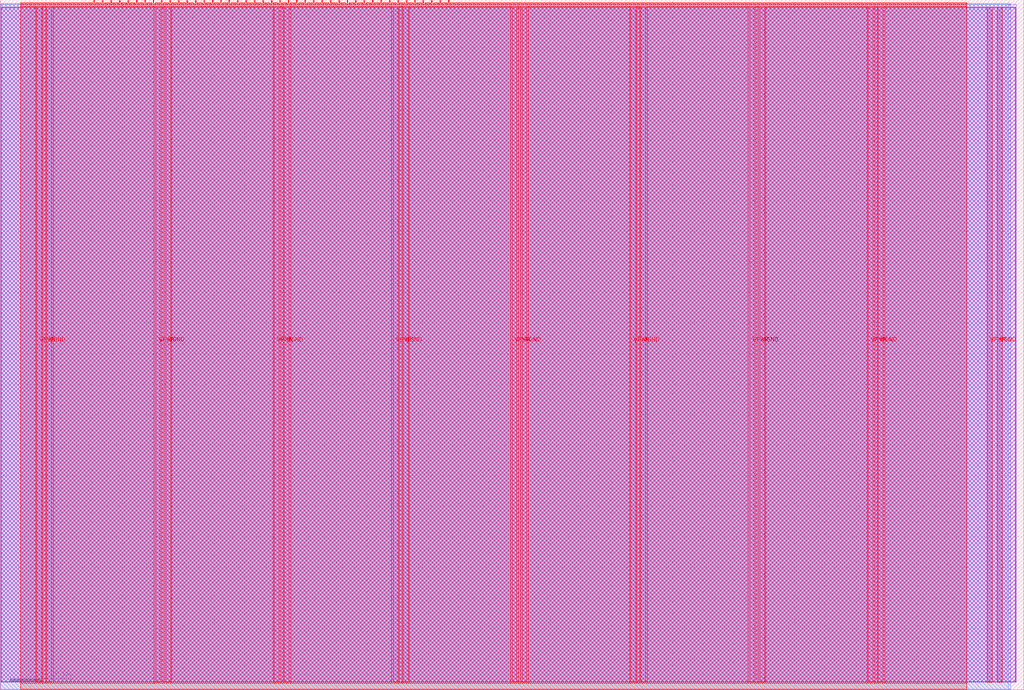
<source format=lef>
VERSION 5.7 ;
  NOWIREEXTENSIONATPIN ON ;
  DIVIDERCHAR "/" ;
  BUSBITCHARS "[]" ;
MACRO tt_um_rebelmike_femtorv
  CLASS BLOCK ;
  FOREIGN tt_um_rebelmike_femtorv ;
  ORIGIN 0.000 0.000 ;
  SIZE 334.880 BY 225.760 ;
  PIN VGND
    DIRECTION INOUT ;
    USE GROUND ;
    PORT
      LAYER met4 ;
        RECT 15.260 2.480 16.860 223.280 ;
    END
    PORT
      LAYER met4 ;
        RECT 54.130 2.480 55.730 223.280 ;
    END
    PORT
      LAYER met4 ;
        RECT 93.000 2.480 94.600 223.280 ;
    END
    PORT
      LAYER met4 ;
        RECT 131.870 2.480 133.470 223.280 ;
    END
    PORT
      LAYER met4 ;
        RECT 170.740 2.480 172.340 223.280 ;
    END
    PORT
      LAYER met4 ;
        RECT 209.610 2.480 211.210 223.280 ;
    END
    PORT
      LAYER met4 ;
        RECT 248.480 2.480 250.080 223.280 ;
    END
    PORT
      LAYER met4 ;
        RECT 287.350 2.480 288.950 223.280 ;
    END
    PORT
      LAYER met4 ;
        RECT 326.220 2.480 327.820 223.280 ;
    END
  END VGND
  PIN VPWR
    DIRECTION INOUT ;
    USE POWER ;
    PORT
      LAYER met4 ;
        RECT 11.960 2.480 13.560 223.280 ;
    END
    PORT
      LAYER met4 ;
        RECT 50.830 2.480 52.430 223.280 ;
    END
    PORT
      LAYER met4 ;
        RECT 89.700 2.480 91.300 223.280 ;
    END
    PORT
      LAYER met4 ;
        RECT 128.570 2.480 130.170 223.280 ;
    END
    PORT
      LAYER met4 ;
        RECT 167.440 2.480 169.040 223.280 ;
    END
    PORT
      LAYER met4 ;
        RECT 206.310 2.480 207.910 223.280 ;
    END
    PORT
      LAYER met4 ;
        RECT 245.180 2.480 246.780 223.280 ;
    END
    PORT
      LAYER met4 ;
        RECT 284.050 2.480 285.650 223.280 ;
    END
    PORT
      LAYER met4 ;
        RECT 322.920 2.480 324.520 223.280 ;
    END
  END VPWR
  PIN clk
    DIRECTION INPUT ;
    USE SIGNAL ;
    ANTENNAGATEAREA 0.852000 ;
    PORT
      LAYER met4 ;
        RECT 143.830 224.760 144.130 225.760 ;
    END
  END clk
  PIN ena
    DIRECTION INPUT ;
    USE SIGNAL ;
    PORT
      LAYER met4 ;
        RECT 146.590 224.760 146.890 225.760 ;
    END
  END ena
  PIN rst_n
    DIRECTION INPUT ;
    USE SIGNAL ;
    ANTENNAGATEAREA 0.213000 ;
    PORT
      LAYER met4 ;
        RECT 141.070 224.760 141.370 225.760 ;
    END
  END rst_n
  PIN ui_in[0]
    DIRECTION INPUT ;
    USE SIGNAL ;
    ANTENNAGATEAREA 0.196500 ;
    PORT
      LAYER met4 ;
        RECT 138.310 224.760 138.610 225.760 ;
    END
  END ui_in[0]
  PIN ui_in[1]
    DIRECTION INPUT ;
    USE SIGNAL ;
    ANTENNAGATEAREA 0.196500 ;
    PORT
      LAYER met4 ;
        RECT 135.550 224.760 135.850 225.760 ;
    END
  END ui_in[1]
  PIN ui_in[2]
    DIRECTION INPUT ;
    USE SIGNAL ;
    ANTENNAGATEAREA 0.196500 ;
    PORT
      LAYER met4 ;
        RECT 132.790 224.760 133.090 225.760 ;
    END
  END ui_in[2]
  PIN ui_in[3]
    DIRECTION INPUT ;
    USE SIGNAL ;
    ANTENNAGATEAREA 0.196500 ;
    PORT
      LAYER met4 ;
        RECT 130.030 224.760 130.330 225.760 ;
    END
  END ui_in[3]
  PIN ui_in[4]
    DIRECTION INPUT ;
    USE SIGNAL ;
    ANTENNAGATEAREA 0.196500 ;
    PORT
      LAYER met4 ;
        RECT 127.270 224.760 127.570 225.760 ;
    END
  END ui_in[4]
  PIN ui_in[5]
    DIRECTION INPUT ;
    USE SIGNAL ;
    ANTENNAGATEAREA 0.196500 ;
    PORT
      LAYER met4 ;
        RECT 124.510 224.760 124.810 225.760 ;
    END
  END ui_in[5]
  PIN ui_in[6]
    DIRECTION INPUT ;
    USE SIGNAL ;
    ANTENNAGATEAREA 0.196500 ;
    PORT
      LAYER met4 ;
        RECT 121.750 224.760 122.050 225.760 ;
    END
  END ui_in[6]
  PIN ui_in[7]
    DIRECTION INPUT ;
    USE SIGNAL ;
    ANTENNAGATEAREA 0.196500 ;
    PORT
      LAYER met4 ;
        RECT 118.990 224.760 119.290 225.760 ;
    END
  END ui_in[7]
  PIN uio_in[0]
    DIRECTION INPUT ;
    USE SIGNAL ;
    PORT
      LAYER met4 ;
        RECT 116.230 224.760 116.530 225.760 ;
    END
  END uio_in[0]
  PIN uio_in[1]
    DIRECTION INPUT ;
    USE SIGNAL ;
    ANTENNAGATEAREA 0.126000 ;
    PORT
      LAYER met4 ;
        RECT 113.470 224.760 113.770 225.760 ;
    END
  END uio_in[1]
  PIN uio_in[2]
    DIRECTION INPUT ;
    USE SIGNAL ;
    ANTENNAGATEAREA 0.126000 ;
    PORT
      LAYER met4 ;
        RECT 110.710 224.760 111.010 225.760 ;
    END
  END uio_in[2]
  PIN uio_in[3]
    DIRECTION INPUT ;
    USE SIGNAL ;
    PORT
      LAYER met4 ;
        RECT 107.950 224.760 108.250 225.760 ;
    END
  END uio_in[3]
  PIN uio_in[4]
    DIRECTION INPUT ;
    USE SIGNAL ;
    ANTENNAGATEAREA 0.126000 ;
    PORT
      LAYER met4 ;
        RECT 105.190 224.760 105.490 225.760 ;
    END
  END uio_in[4]
  PIN uio_in[5]
    DIRECTION INPUT ;
    USE SIGNAL ;
    ANTENNAGATEAREA 0.196500 ;
    PORT
      LAYER met4 ;
        RECT 102.430 224.760 102.730 225.760 ;
    END
  END uio_in[5]
  PIN uio_in[6]
    DIRECTION INPUT ;
    USE SIGNAL ;
    PORT
      LAYER met4 ;
        RECT 99.670 224.760 99.970 225.760 ;
    END
  END uio_in[6]
  PIN uio_in[7]
    DIRECTION INPUT ;
    USE SIGNAL ;
    PORT
      LAYER met4 ;
        RECT 96.910 224.760 97.210 225.760 ;
    END
  END uio_in[7]
  PIN uio_oe[0]
    DIRECTION OUTPUT ;
    USE SIGNAL ;
    ANTENNADIFFAREA 0.445500 ;
    PORT
      LAYER met4 ;
        RECT 49.990 224.760 50.290 225.760 ;
    END
  END uio_oe[0]
  PIN uio_oe[1]
    DIRECTION OUTPUT ;
    USE SIGNAL ;
    ANTENNADIFFAREA 0.445500 ;
    PORT
      LAYER met4 ;
        RECT 47.230 224.760 47.530 225.760 ;
    END
  END uio_oe[1]
  PIN uio_oe[2]
    DIRECTION OUTPUT ;
    USE SIGNAL ;
    ANTENNADIFFAREA 0.445500 ;
    PORT
      LAYER met4 ;
        RECT 44.470 224.760 44.770 225.760 ;
    END
  END uio_oe[2]
  PIN uio_oe[3]
    DIRECTION OUTPUT ;
    USE SIGNAL ;
    ANTENNADIFFAREA 0.445500 ;
    PORT
      LAYER met4 ;
        RECT 41.710 224.760 42.010 225.760 ;
    END
  END uio_oe[3]
  PIN uio_oe[4]
    DIRECTION OUTPUT ;
    USE SIGNAL ;
    ANTENNADIFFAREA 0.445500 ;
    PORT
      LAYER met4 ;
        RECT 38.950 224.760 39.250 225.760 ;
    END
  END uio_oe[4]
  PIN uio_oe[5]
    DIRECTION OUTPUT ;
    USE SIGNAL ;
    ANTENNAGATEAREA 0.477000 ;
    ANTENNADIFFAREA 0.924000 ;
    PORT
      LAYER met4 ;
        RECT 36.190 224.760 36.490 225.760 ;
    END
  END uio_oe[5]
  PIN uio_oe[6]
    DIRECTION OUTPUT ;
    USE SIGNAL ;
    ANTENNADIFFAREA 0.445500 ;
    PORT
      LAYER met4 ;
        RECT 33.430 224.760 33.730 225.760 ;
    END
  END uio_oe[6]
  PIN uio_oe[7]
    DIRECTION OUTPUT ;
    USE SIGNAL ;
    ANTENNADIFFAREA 0.445500 ;
    PORT
      LAYER met4 ;
        RECT 30.670 224.760 30.970 225.760 ;
    END
  END uio_oe[7]
  PIN uio_out[0]
    DIRECTION OUTPUT ;
    USE SIGNAL ;
    ANTENNADIFFAREA 0.795200 ;
    PORT
      LAYER met4 ;
        RECT 72.070 224.760 72.370 225.760 ;
    END
  END uio_out[0]
  PIN uio_out[1]
    DIRECTION OUTPUT ;
    USE SIGNAL ;
    ANTENNADIFFAREA 0.933750 ;
    PORT
      LAYER met4 ;
        RECT 69.310 224.760 69.610 225.760 ;
    END
  END uio_out[1]
  PIN uio_out[2]
    DIRECTION OUTPUT ;
    USE SIGNAL ;
    ANTENNADIFFAREA 0.924000 ;
    PORT
      LAYER met4 ;
        RECT 66.550 224.760 66.850 225.760 ;
    END
  END uio_out[2]
  PIN uio_out[3]
    DIRECTION OUTPUT ;
    USE SIGNAL ;
    ANTENNADIFFAREA 0.445500 ;
    PORT
      LAYER met4 ;
        RECT 63.790 224.760 64.090 225.760 ;
    END
  END uio_out[3]
  PIN uio_out[4]
    DIRECTION OUTPUT ;
    USE SIGNAL ;
    ANTENNADIFFAREA 0.891000 ;
    PORT
      LAYER met4 ;
        RECT 61.030 224.760 61.330 225.760 ;
    END
  END uio_out[4]
  PIN uio_out[5]
    DIRECTION OUTPUT ;
    USE SIGNAL ;
    ANTENNADIFFAREA 0.924000 ;
    PORT
      LAYER met4 ;
        RECT 58.270 224.760 58.570 225.760 ;
    END
  END uio_out[5]
  PIN uio_out[6]
    DIRECTION OUTPUT ;
    USE SIGNAL ;
    ANTENNADIFFAREA 0.445500 ;
    PORT
      LAYER met4 ;
        RECT 55.510 224.760 55.810 225.760 ;
    END
  END uio_out[6]
  PIN uio_out[7]
    DIRECTION OUTPUT ;
    USE SIGNAL ;
    ANTENNADIFFAREA 0.445500 ;
    PORT
      LAYER met4 ;
        RECT 52.750 224.760 53.050 225.760 ;
    END
  END uio_out[7]
  PIN uo_out[0]
    DIRECTION OUTPUT ;
    USE SIGNAL ;
    ANTENNAGATEAREA 0.495000 ;
    ANTENNADIFFAREA 0.891000 ;
    PORT
      LAYER met4 ;
        RECT 94.150 224.760 94.450 225.760 ;
    END
  END uo_out[0]
  PIN uo_out[1]
    DIRECTION OUTPUT ;
    USE SIGNAL ;
    ANTENNAGATEAREA 0.247500 ;
    ANTENNADIFFAREA 0.891000 ;
    PORT
      LAYER met4 ;
        RECT 91.390 224.760 91.690 225.760 ;
    END
  END uo_out[1]
  PIN uo_out[2]
    DIRECTION OUTPUT ;
    USE SIGNAL ;
    ANTENNAGATEAREA 0.247500 ;
    ANTENNADIFFAREA 0.891000 ;
    PORT
      LAYER met4 ;
        RECT 88.630 224.760 88.930 225.760 ;
    END
  END uo_out[2]
  PIN uo_out[3]
    DIRECTION OUTPUT ;
    USE SIGNAL ;
    ANTENNAGATEAREA 0.247500 ;
    ANTENNADIFFAREA 0.891000 ;
    PORT
      LAYER met4 ;
        RECT 85.870 224.760 86.170 225.760 ;
    END
  END uo_out[3]
  PIN uo_out[4]
    DIRECTION OUTPUT ;
    USE SIGNAL ;
    ANTENNAGATEAREA 0.247500 ;
    ANTENNADIFFAREA 0.891000 ;
    PORT
      LAYER met4 ;
        RECT 83.110 224.760 83.410 225.760 ;
    END
  END uo_out[4]
  PIN uo_out[5]
    DIRECTION OUTPUT ;
    USE SIGNAL ;
    ANTENNAGATEAREA 0.247500 ;
    ANTENNADIFFAREA 0.891000 ;
    PORT
      LAYER met4 ;
        RECT 80.350 224.760 80.650 225.760 ;
    END
  END uo_out[5]
  PIN uo_out[6]
    DIRECTION OUTPUT ;
    USE SIGNAL ;
    ANTENNAGATEAREA 0.247500 ;
    ANTENNADIFFAREA 0.891000 ;
    PORT
      LAYER met4 ;
        RECT 77.590 224.760 77.890 225.760 ;
    END
  END uo_out[6]
  PIN uo_out[7]
    DIRECTION OUTPUT ;
    USE SIGNAL ;
    ANTENNAGATEAREA 0.126000 ;
    ANTENNADIFFAREA 0.891000 ;
    PORT
      LAYER met4 ;
        RECT 74.830 224.760 75.130 225.760 ;
    END
  END uo_out[7]
  OBS
      LAYER nwell ;
        RECT 0.295 2.635 332.310 223.230 ;
      LAYER li1 ;
        RECT 0.295 2.635 332.120 223.125 ;
      LAYER met1 ;
        RECT 0.140 2.480 332.420 224.360 ;
      LAYER met2 ;
        RECT 0.140 0.155 330.640 224.390 ;
      LAYER met3 ;
        RECT 0.140 0.175 329.755 224.225 ;
      LAYER met4 ;
        RECT 6.735 224.360 30.270 224.760 ;
        RECT 31.370 224.360 33.030 224.760 ;
        RECT 34.130 224.360 35.790 224.760 ;
        RECT 36.890 224.360 38.550 224.760 ;
        RECT 39.650 224.360 41.310 224.760 ;
        RECT 42.410 224.360 44.070 224.760 ;
        RECT 45.170 224.360 46.830 224.760 ;
        RECT 47.930 224.360 49.590 224.760 ;
        RECT 50.690 224.360 52.350 224.760 ;
        RECT 53.450 224.360 55.110 224.760 ;
        RECT 56.210 224.360 57.870 224.760 ;
        RECT 58.970 224.360 60.630 224.760 ;
        RECT 61.730 224.360 63.390 224.760 ;
        RECT 64.490 224.360 66.150 224.760 ;
        RECT 67.250 224.360 68.910 224.760 ;
        RECT 70.010 224.360 71.670 224.760 ;
        RECT 72.770 224.360 74.430 224.760 ;
        RECT 75.530 224.360 77.190 224.760 ;
        RECT 78.290 224.360 79.950 224.760 ;
        RECT 81.050 224.360 82.710 224.760 ;
        RECT 83.810 224.360 85.470 224.760 ;
        RECT 86.570 224.360 88.230 224.760 ;
        RECT 89.330 224.360 90.990 224.760 ;
        RECT 92.090 224.360 93.750 224.760 ;
        RECT 94.850 224.360 96.510 224.760 ;
        RECT 97.610 224.360 99.270 224.760 ;
        RECT 100.370 224.360 102.030 224.760 ;
        RECT 103.130 224.360 104.790 224.760 ;
        RECT 105.890 224.360 107.550 224.760 ;
        RECT 108.650 224.360 110.310 224.760 ;
        RECT 111.410 224.360 113.070 224.760 ;
        RECT 114.170 224.360 115.830 224.760 ;
        RECT 116.930 224.360 118.590 224.760 ;
        RECT 119.690 224.360 121.350 224.760 ;
        RECT 122.450 224.360 124.110 224.760 ;
        RECT 125.210 224.360 126.870 224.760 ;
        RECT 127.970 224.360 129.630 224.760 ;
        RECT 130.730 224.360 132.390 224.760 ;
        RECT 133.490 224.360 135.150 224.760 ;
        RECT 136.250 224.360 137.910 224.760 ;
        RECT 139.010 224.360 140.670 224.760 ;
        RECT 141.770 224.360 143.430 224.760 ;
        RECT 144.530 224.360 146.190 224.760 ;
        RECT 147.290 224.360 316.185 224.760 ;
        RECT 6.735 223.680 316.185 224.360 ;
        RECT 6.735 2.080 11.560 223.680 ;
        RECT 13.960 2.080 14.860 223.680 ;
        RECT 17.260 2.080 50.430 223.680 ;
        RECT 52.830 2.080 53.730 223.680 ;
        RECT 56.130 2.080 89.300 223.680 ;
        RECT 91.700 2.080 92.600 223.680 ;
        RECT 95.000 2.080 128.170 223.680 ;
        RECT 130.570 2.080 131.470 223.680 ;
        RECT 133.870 2.080 167.040 223.680 ;
        RECT 169.440 2.080 170.340 223.680 ;
        RECT 172.740 2.080 205.910 223.680 ;
        RECT 208.310 2.080 209.210 223.680 ;
        RECT 211.610 2.080 244.780 223.680 ;
        RECT 247.180 2.080 248.080 223.680 ;
        RECT 250.480 2.080 283.650 223.680 ;
        RECT 286.050 2.080 286.950 223.680 ;
        RECT 289.350 2.080 316.185 223.680 ;
        RECT 6.735 0.175 316.185 2.080 ;
  END
END tt_um_rebelmike_femtorv
END LIBRARY


</source>
